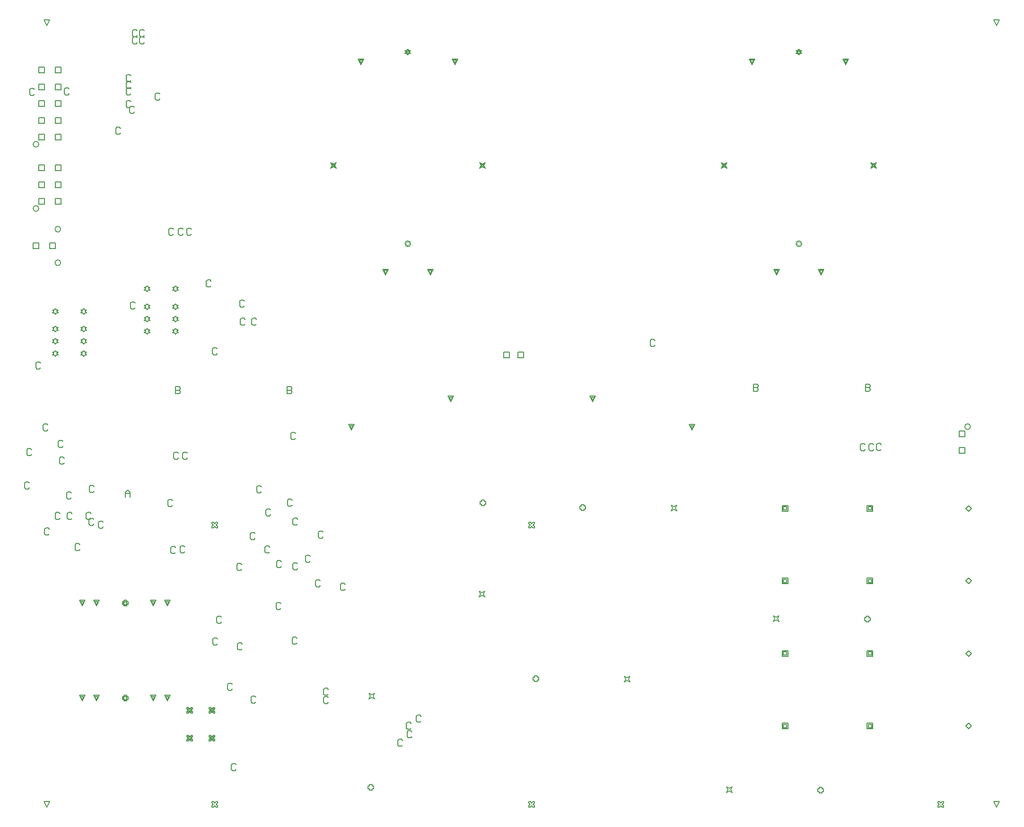
<source format=gbr>
%TF.GenerationSoftware,Altium Limited,Altium Designer,24.2.2 (26)*%
G04 Layer_Color=2752767*
%FSLAX45Y45*%
%MOMM*%
%TF.SameCoordinates,E62911D3-7CC7-41A5-B2DD-A777233C8753*%
%TF.FilePolarity,Positive*%
%TF.FileFunction,Drawing*%
%TF.Part,Single*%
G01*
G75*
%TA.AperFunction,NonConductor*%
%ADD105C,0.12700*%
%ADD159C,0.16933*%
%ADD160C,0.10160*%
D105*
X11670700Y5752500D02*
X11696100Y5803300D01*
X11670700Y5854100D01*
X11721500Y5828700D01*
X11772300Y5854100D01*
X11746900Y5803300D01*
X11772300Y5752500D01*
X11721500Y5777900D01*
X11670700Y5752500D01*
X13500700Y3772500D02*
X13526100Y3823300D01*
X13500700Y3874100D01*
X13551500Y3848700D01*
X13602299Y3874100D01*
X13576900Y3823300D01*
X13602299Y3772500D01*
X13551500Y3797900D01*
X13500700Y3772500D01*
X10061100Y5787900D02*
Y5762500D01*
X10111900D01*
Y5787900D01*
X10137300D01*
Y5838700D01*
X10111900D01*
Y5864100D01*
X10061100D01*
Y5838700D01*
X10035700D01*
Y5787900D01*
X10061100D01*
X15161099Y3787900D02*
Y3762500D01*
X15211900D01*
Y3787900D01*
X15237300D01*
Y3838700D01*
X15211900D01*
Y3864100D01*
X15161099D01*
Y3838700D01*
X15135699D01*
Y3787900D01*
X15161099D01*
X17500000Y14449200D02*
X17449200Y14550800D01*
X17550800D01*
X17500000Y14449200D01*
X3449200Y449200D02*
X3474600D01*
X3500000Y474600D01*
X3525400Y449200D01*
X3550800D01*
Y474600D01*
X3525400Y500000D01*
X3550800Y525400D01*
Y550800D01*
X3525400D01*
X3500000Y525400D01*
X3474600Y550800D01*
X3449200D01*
Y525400D01*
X3474600Y500000D01*
X3449200Y474600D01*
Y449200D01*
X9124200Y5449200D02*
X9149600D01*
X9175000Y5474600D01*
X9200400Y5449200D01*
X9225800D01*
Y5474600D01*
X9200400Y5500000D01*
X9225800Y5525400D01*
Y5550800D01*
X9200400D01*
X9175000Y5525400D01*
X9149600Y5550800D01*
X9124200D01*
Y5525400D01*
X9149600Y5500000D01*
X9124200Y5474600D01*
Y5449200D01*
Y449200D02*
X9149600D01*
X9175000Y474600D01*
X9200400Y449200D01*
X9225800D01*
Y474600D01*
X9200400Y500000D01*
X9225800Y525400D01*
Y550800D01*
X9200400D01*
X9175000Y525400D01*
X9149600Y550800D01*
X9124200D01*
Y525400D01*
X9149600Y500000D01*
X9124200Y474600D01*
Y449200D01*
X3449200Y5449200D02*
X3474600D01*
X3500000Y5474600D01*
X3525400Y5449200D01*
X3550800D01*
Y5474600D01*
X3525400Y5500000D01*
X3550800Y5525400D01*
Y5550800D01*
X3525400D01*
X3500000Y5525400D01*
X3474600Y5550800D01*
X3449200D01*
Y5525400D01*
X3474600Y5500000D01*
X3449200Y5474600D01*
Y5449200D01*
X16449200Y449200D02*
X16474600D01*
X16500000Y474600D01*
X16525400Y449200D01*
X16550800D01*
Y474600D01*
X16525400Y500000D01*
X16550800Y525400D01*
Y550800D01*
X16525400D01*
X16500000Y525400D01*
X16474600Y550800D01*
X16449200D01*
Y525400D01*
X16474600Y500000D01*
X16449200Y474600D01*
Y449200D01*
X16949200Y5800000D02*
X17000000Y5850800D01*
X17050800Y5800000D01*
X17000000Y5749200D01*
X16949200Y5800000D01*
X15179201Y5749200D02*
Y5850800D01*
X15280800D01*
Y5749200D01*
X15179201D01*
X15199519Y5769520D02*
Y5830480D01*
X15260480D01*
Y5769520D01*
X15199519D01*
X13659200Y5749200D02*
Y5850800D01*
X13760800D01*
Y5749200D01*
X13659200D01*
X13679520Y5769520D02*
Y5830480D01*
X13740480D01*
Y5769520D01*
X13679520D01*
X12664200Y709200D02*
X12689600Y760000D01*
X12664200Y810800D01*
X12715000Y785400D01*
X12765800Y810800D01*
X12740400Y760000D01*
X12765800Y709200D01*
X12715000Y734600D01*
X12664200Y709200D01*
X10834200Y2689200D02*
X10859600Y2740000D01*
X10834200Y2790800D01*
X10885000Y2765400D01*
X10935800Y2790800D01*
X10910400Y2740000D01*
X10935800Y2689200D01*
X10885000Y2714600D01*
X10834200Y2689200D01*
X14324600Y724600D02*
Y699200D01*
X14375400D01*
Y724600D01*
X14400800D01*
Y775400D01*
X14375400D01*
Y800800D01*
X14324600D01*
Y775400D01*
X14299200D01*
Y724600D01*
X14324600D01*
X9224600Y2724600D02*
Y2699200D01*
X9275400D01*
Y2724600D01*
X9300800D01*
Y2775400D01*
X9275400D01*
Y2800800D01*
X9224600D01*
Y2775400D01*
X9199200D01*
Y2724600D01*
X9224600D01*
X7800000Y13749200D02*
X7749200Y13850800D01*
X7850800D01*
X7800000Y13749200D01*
Y13769521D02*
X7769520Y13830479D01*
X7830480D01*
X7800000Y13769521D01*
X6120000Y13749200D02*
X6069200Y13850800D01*
X6170800D01*
X6120000Y13749200D01*
Y13769521D02*
X6089520Y13830479D01*
X6150480D01*
X6120000Y13769521D01*
X6960000Y13921201D02*
X6985400Y13946600D01*
X7010800D01*
X6985400Y13972000D01*
X7010800Y13997400D01*
X6985400D01*
X6960000Y14022800D01*
X6934600Y13997400D01*
X6909200D01*
X6934600Y13972000D01*
X6909200Y13946600D01*
X6934600D01*
X6960000Y13921201D01*
Y13941521D02*
X6975240Y13956760D01*
X6990480D01*
X6975240Y13972000D01*
X6990480Y13987241D01*
X6975240D01*
X6960000Y14002480D01*
X6944760Y13987241D01*
X6929520D01*
X6944760Y13972000D01*
X6929520Y13956760D01*
X6944760D01*
X6960000Y13941521D01*
X8244200Y11889200D02*
X8269600Y11940000D01*
X8244200Y11990800D01*
X8295000Y11965400D01*
X8345800Y11990800D01*
X8320400Y11940000D01*
X8345800Y11889200D01*
X8295000Y11914600D01*
X8244200Y11889200D01*
X8264520Y11909520D02*
X8279760Y11940000D01*
X8264520Y11970480D01*
X8295000Y11955240D01*
X8325480Y11970480D01*
X8310240Y11940000D01*
X8325480Y11909520D01*
X8295000Y11924760D01*
X8264520Y11909520D01*
X7360000Y9979200D02*
X7309200Y10080800D01*
X7410800D01*
X7360000Y9979200D01*
Y9999520D02*
X7329520Y10060480D01*
X7390480D01*
X7360000Y9999520D01*
X6560000Y9979200D02*
X6509200Y10080800D01*
X6610800D01*
X6560000Y9979200D01*
Y9999520D02*
X6529520Y10060480D01*
X6590480D01*
X6560000Y9999520D01*
X5574200Y11889200D02*
X5599600Y11940000D01*
X5574200Y11990800D01*
X5625000Y11965400D01*
X5675800Y11990800D01*
X5650400Y11940000D01*
X5675800Y11889200D01*
X5625000Y11914600D01*
X5574200Y11889200D01*
X5594520Y11909520D02*
X5609760Y11940000D01*
X5594520Y11970480D01*
X5625000Y11955240D01*
X5655480Y11970480D01*
X5640240Y11940000D01*
X5655480Y11909520D01*
X5625000Y11924760D01*
X5594520Y11909520D01*
X12574200Y11889200D02*
X12599600Y11940000D01*
X12574200Y11990800D01*
X12625000Y11965400D01*
X12675800Y11990800D01*
X12650400Y11940000D01*
X12675800Y11889200D01*
X12625000Y11914600D01*
X12574200Y11889200D01*
X12594520Y11909520D02*
X12609760Y11940000D01*
X12594520Y11970480D01*
X12625000Y11955240D01*
X12655480Y11970480D01*
X12640240Y11940000D01*
X12655480Y11909520D01*
X12625000Y11924760D01*
X12594520Y11909520D01*
X13560001Y9979200D02*
X13509200Y10080800D01*
X13610800D01*
X13560001Y9979200D01*
Y9999520D02*
X13529520Y10060480D01*
X13590480D01*
X13560001Y9999520D01*
X14360001Y9979200D02*
X14309200Y10080800D01*
X14410800D01*
X14360001Y9979200D01*
Y9999520D02*
X14329520Y10060480D01*
X14390480D01*
X14360001Y9999520D01*
X15244200Y11889200D02*
X15269600Y11940000D01*
X15244200Y11990800D01*
X15295000Y11965400D01*
X15345799Y11990800D01*
X15320399Y11940000D01*
X15345799Y11889200D01*
X15295000Y11914600D01*
X15244200Y11889200D01*
X15264520Y11909520D02*
X15279761Y11940000D01*
X15264520Y11970480D01*
X15295000Y11955240D01*
X15325481Y11970480D01*
X15310240Y11940000D01*
X15325481Y11909520D01*
X15295000Y11924760D01*
X15264520Y11909520D01*
X13960001Y13921201D02*
X13985400Y13946600D01*
X14010800D01*
X13985400Y13972000D01*
X14010800Y13997400D01*
X13985400D01*
X13960001Y14022800D01*
X13934599Y13997400D01*
X13909200D01*
X13934599Y13972000D01*
X13909200Y13946600D01*
X13934599D01*
X13960001Y13921201D01*
Y13941521D02*
X13975240Y13956760D01*
X13990480D01*
X13975240Y13972000D01*
X13990480Y13987241D01*
X13975240D01*
X13960001Y14002480D01*
X13944760Y13987241D01*
X13929520D01*
X13944760Y13972000D01*
X13929520Y13956760D01*
X13944760D01*
X13960001Y13941521D01*
X13120000Y13749200D02*
X13069200Y13850800D01*
X13170799D01*
X13120000Y13749200D01*
Y13769521D02*
X13089520Y13830479D01*
X13150481D01*
X13120000Y13769521D01*
X14800000Y13749200D02*
X14749200Y13850800D01*
X14850800D01*
X14800000Y13749200D01*
Y13769521D02*
X14769521Y13830479D01*
X14830479D01*
X14800000Y13769521D01*
X549200Y10449200D02*
Y10550800D01*
X650800D01*
Y10449200D01*
X549200D01*
X249200D02*
Y10550800D01*
X350800D01*
Y10449200D01*
X249200D01*
X1874600Y2374600D02*
Y2349200D01*
X1925400D01*
Y2374600D01*
X1950800D01*
Y2425400D01*
X1925400D01*
Y2450800D01*
X1874600D01*
Y2425400D01*
X1849200D01*
Y2374600D01*
X1874600D01*
X1884760Y2384760D02*
Y2369520D01*
X1915240D01*
Y2384760D01*
X1930480D01*
Y2415240D01*
X1915240D01*
Y2430480D01*
X1884760D01*
Y2415240D01*
X1869520D01*
Y2384760D01*
X1884760D01*
X1874600Y4074600D02*
Y4049200D01*
X1925400D01*
Y4074600D01*
X1950800D01*
Y4125400D01*
X1925400D01*
Y4150800D01*
X1874600D01*
Y4125400D01*
X1849200D01*
Y4074600D01*
X1874600D01*
X1884760Y4084760D02*
Y4069520D01*
X1915240D01*
Y4084760D01*
X1930480D01*
Y4115240D01*
X1915240D01*
Y4130480D01*
X1884760D01*
Y4115240D01*
X1869520D01*
Y4084760D01*
X1884760D01*
X1900000Y6000000D02*
Y6084639D01*
X1942320Y6126959D01*
X1984639Y6084639D01*
Y6000000D01*
Y6063479D01*
X1900000D01*
X2800000Y7976959D02*
Y7850000D01*
X2863479D01*
X2884639Y7871160D01*
Y7892320D01*
X2863479Y7913479D01*
X2800000D01*
X2863479D01*
X2884639Y7934639D01*
Y7955799D01*
X2863479Y7976959D01*
X2800000D01*
X4800000D02*
Y7850000D01*
X4863479D01*
X4884639Y7871160D01*
Y7892320D01*
X4863479Y7913479D01*
X4800000D01*
X4863479D01*
X4884639Y7934639D01*
Y7955799D01*
X4863479Y7976959D01*
X4800000D01*
X13150000Y8026959D02*
Y7900000D01*
X13213480D01*
X13234641Y7921160D01*
Y7942320D01*
X13213480Y7963479D01*
X13150000D01*
X13213480D01*
X13234641Y7984639D01*
Y8005799D01*
X13213480Y8026959D01*
X13150000D01*
X15150000D02*
Y7900000D01*
X15213480D01*
X15234639Y7921160D01*
Y7942320D01*
X15213480Y7963479D01*
X15150000D01*
X15213480D01*
X15234639Y7984639D01*
Y8005799D01*
X15213480Y8026959D01*
X15150000D01*
X3003600Y2133600D02*
X3029000D01*
X3054400Y2159000D01*
X3079800Y2133600D01*
X3105200D01*
Y2159000D01*
X3079800Y2184400D01*
X3105200Y2209800D01*
Y2235200D01*
X3079800D01*
X3054400Y2209800D01*
X3029000Y2235200D01*
X3003600D01*
Y2209800D01*
X3029000Y2184400D01*
X3003600Y2159000D01*
Y2133600D01*
X3023920Y2153920D02*
X3039160D01*
X3054400Y2169160D01*
X3069640Y2153920D01*
X3084880D01*
Y2169160D01*
X3069640Y2184400D01*
X3084880Y2199640D01*
Y2214880D01*
X3069640D01*
X3054400Y2199640D01*
X3039160Y2214880D01*
X3023920D01*
Y2199640D01*
X3039160Y2184400D01*
X3023920Y2169160D01*
Y2153920D01*
X3403600Y2133600D02*
X3429000D01*
X3454400Y2159000D01*
X3479800Y2133600D01*
X3505200D01*
Y2159000D01*
X3479800Y2184400D01*
X3505200Y2209800D01*
Y2235200D01*
X3479800D01*
X3454400Y2209800D01*
X3429000Y2235200D01*
X3403600D01*
Y2209800D01*
X3429000Y2184400D01*
X3403600Y2159000D01*
Y2133600D01*
X3423920Y2153920D02*
X3439160D01*
X3454400Y2169160D01*
X3469640Y2153920D01*
X3484880D01*
Y2169160D01*
X3469640Y2184400D01*
X3484880Y2199640D01*
Y2214880D01*
X3469640D01*
X3454400Y2199640D01*
X3439160Y2214880D01*
X3423920D01*
Y2199640D01*
X3439160Y2184400D01*
X3423920Y2169160D01*
Y2153920D01*
X3003600Y1633600D02*
X3029000D01*
X3054400Y1659000D01*
X3079800Y1633600D01*
X3105200D01*
Y1659000D01*
X3079800Y1684400D01*
X3105200Y1709800D01*
Y1735200D01*
X3079800D01*
X3054400Y1709800D01*
X3029000Y1735200D01*
X3003600D01*
Y1709800D01*
X3029000Y1684400D01*
X3003600Y1659000D01*
Y1633600D01*
X3023920Y1653920D02*
X3039160D01*
X3054400Y1669160D01*
X3069640Y1653920D01*
X3084880D01*
Y1669160D01*
X3069640Y1684400D01*
X3084880Y1699640D01*
Y1714880D01*
X3069640D01*
X3054400Y1699640D01*
X3039160Y1714880D01*
X3023920D01*
Y1699640D01*
X3039160Y1684400D01*
X3023920Y1669160D01*
Y1653920D01*
X3403600Y1633600D02*
X3429000D01*
X3454400Y1659000D01*
X3479800Y1633600D01*
X3505200D01*
Y1659000D01*
X3479800Y1684400D01*
X3505200Y1709800D01*
Y1735200D01*
X3479800D01*
X3454400Y1709800D01*
X3429000Y1735200D01*
X3403600D01*
Y1709800D01*
X3429000Y1684400D01*
X3403600Y1659000D01*
Y1633600D01*
X3423920Y1653920D02*
X3439160D01*
X3454400Y1669160D01*
X3469640Y1653920D01*
X3484880D01*
Y1669160D01*
X3469640Y1684400D01*
X3484880Y1699640D01*
Y1714880D01*
X3469640D01*
X3454400Y1699640D01*
X3439160Y1714880D01*
X3423920D01*
Y1699640D01*
X3439160Y1684400D01*
X3423920Y1669160D01*
Y1653920D01*
X8672200Y8499200D02*
Y8600800D01*
X8773800D01*
Y8499200D01*
X8672200D01*
X8926200D02*
Y8600800D01*
X9027800D01*
Y8499200D01*
X8926200D01*
X16949200Y1900000D02*
X17000000Y1950800D01*
X17050800Y1900000D01*
X17000000Y1849200D01*
X16949200Y1900000D01*
X15179201Y1849200D02*
Y1950800D01*
X15280800D01*
Y1849200D01*
X15179201D01*
X15199519Y1869520D02*
Y1930480D01*
X15260480D01*
Y1869520D01*
X15199519D01*
X13659200Y1849200D02*
Y1950800D01*
X13760800D01*
Y1849200D01*
X13659200D01*
X13679520Y1869520D02*
Y1930480D01*
X13740480D01*
Y1869520D01*
X13679520D01*
X13659200Y3149200D02*
Y3250800D01*
X13760800D01*
Y3149200D01*
X13659200D01*
X13679520Y3169520D02*
Y3230480D01*
X13740480D01*
Y3169520D01*
X13679520D01*
X15179201Y3149200D02*
Y3250800D01*
X15280800D01*
Y3149200D01*
X15179201D01*
X15199519Y3169520D02*
Y3230480D01*
X15260480D01*
Y3169520D01*
X15199519D01*
X16949200Y3200000D02*
X17000000Y3250800D01*
X17050800Y3200000D01*
X17000000Y3149200D01*
X16949200Y3200000D01*
Y4500000D02*
X17000000Y4550800D01*
X17050800Y4500000D01*
X17000000Y4449200D01*
X16949200Y4500000D01*
X15179201Y4449200D02*
Y4550800D01*
X15280800D01*
Y4449200D01*
X15179201D01*
X15199519Y4469520D02*
Y4530480D01*
X15260480D01*
Y4469520D01*
X15199519D01*
X13659200Y4449200D02*
Y4550800D01*
X13760800D01*
Y4449200D01*
X13659200D01*
X13679520Y4469520D02*
Y4530480D01*
X13740480D01*
Y4469520D01*
X13679520D01*
X2654000Y2349200D02*
X2603200Y2450800D01*
X2704800D01*
X2654000Y2349200D01*
Y2369520D02*
X2623520Y2430480D01*
X2684480D01*
X2654000Y2369520D01*
X2400000Y2349200D02*
X2349200Y2450800D01*
X2450800D01*
X2400000Y2349200D01*
Y2369520D02*
X2369520Y2430480D01*
X2430480D01*
X2400000Y2369520D01*
X1384000Y2349200D02*
X1333200Y2450800D01*
X1434800D01*
X1384000Y2349200D01*
Y2369520D02*
X1353520Y2430480D01*
X1414480D01*
X1384000Y2369520D01*
X1130000Y2349200D02*
X1079200Y2450800D01*
X1180800D01*
X1130000Y2349200D01*
Y2369520D02*
X1099520Y2430480D01*
X1160480D01*
X1130000Y2369520D01*
X2654000Y4049200D02*
X2603200Y4150800D01*
X2704800D01*
X2654000Y4049200D01*
Y4069520D02*
X2623520Y4130480D01*
X2684480D01*
X2654000Y4069520D01*
X2400000Y4049200D02*
X2349200Y4150800D01*
X2450800D01*
X2400000Y4049200D01*
Y4069520D02*
X2369520Y4130480D01*
X2430480D01*
X2400000Y4069520D01*
X1384000Y4049200D02*
X1333200Y4150800D01*
X1434800D01*
X1384000Y4049200D01*
Y4069520D02*
X1353520Y4130480D01*
X1414480D01*
X1384000Y4069520D01*
X1130000Y4049200D02*
X1079200Y4150800D01*
X1180800D01*
X1130000Y4049200D01*
Y4069520D02*
X1099520Y4130480D01*
X1160480D01*
X1130000Y4069520D01*
X5952000Y7199200D02*
X5901200Y7300800D01*
X6002800D01*
X5952000Y7199200D01*
Y7219520D02*
X5921520Y7280480D01*
X5982480D01*
X5952000Y7219520D01*
X7730000Y7707200D02*
X7679200Y7808800D01*
X7780800D01*
X7730000Y7707200D01*
Y7727520D02*
X7699520Y7788480D01*
X7760480D01*
X7730000Y7727520D01*
X10270000Y7707200D02*
X10219200Y7808800D01*
X10320800D01*
X10270000Y7707200D01*
Y7727520D02*
X10239520Y7788480D01*
X10300480D01*
X10270000Y7727520D01*
X12048000Y7199200D02*
X11997200Y7300800D01*
X12098800D01*
X12048000Y7199200D01*
Y7219520D02*
X12017520Y7280480D01*
X12078480D01*
X12048000Y7219520D01*
X2296000Y9679200D02*
X2321400Y9704600D01*
X2346800D01*
X2321400Y9730000D01*
X2346800Y9755400D01*
X2321400D01*
X2296000Y9780800D01*
X2270600Y9755400D01*
X2245200D01*
X2270600Y9730000D01*
X2245200Y9704600D01*
X2270600D01*
X2296000Y9679200D01*
X2804000D02*
X2829400Y9704600D01*
X2854800D01*
X2829400Y9730000D01*
X2854800Y9755400D01*
X2829400D01*
X2804000Y9780800D01*
X2778600Y9755400D01*
X2753200D01*
X2778600Y9730000D01*
X2753200Y9704600D01*
X2778600D01*
X2804000Y9679200D01*
X2296000Y9359200D02*
X2321400Y9384600D01*
X2346800D01*
X2321400Y9410000D01*
X2346800Y9435400D01*
X2321400D01*
X2296000Y9460800D01*
X2270600Y9435400D01*
X2245200D01*
X2270600Y9410000D01*
X2245200Y9384600D01*
X2270600D01*
X2296000Y9359200D01*
Y9139200D02*
X2321400Y9164600D01*
X2346800D01*
X2321400Y9190000D01*
X2346800Y9215400D01*
X2321400D01*
X2296000Y9240800D01*
X2270600Y9215400D01*
X2245200D01*
X2270600Y9190000D01*
X2245200Y9164600D01*
X2270600D01*
X2296000Y9139200D01*
Y8919200D02*
X2321400Y8944600D01*
X2346800D01*
X2321400Y8970000D01*
X2346800Y8995400D01*
X2321400D01*
X2296000Y9020800D01*
X2270600Y8995400D01*
X2245200D01*
X2270600Y8970000D01*
X2245200Y8944600D01*
X2270600D01*
X2296000Y8919200D01*
X2804000D02*
X2829400Y8944600D01*
X2854800D01*
X2829400Y8970000D01*
X2854800Y8995400D01*
X2829400D01*
X2804000Y9020800D01*
X2778600Y8995400D01*
X2753200D01*
X2778600Y8970000D01*
X2753200Y8944600D01*
X2778600D01*
X2804000Y8919200D01*
Y9139200D02*
X2829400Y9164600D01*
X2854800D01*
X2829400Y9190000D01*
X2854800Y9215400D01*
X2829400D01*
X2804000Y9240800D01*
X2778600Y9215400D01*
X2753200D01*
X2778600Y9190000D01*
X2753200Y9164600D01*
X2778600D01*
X2804000Y9139200D01*
Y9359200D02*
X2829400Y9384600D01*
X2854800D01*
X2829400Y9410000D01*
X2854800Y9435400D01*
X2829400D01*
X2804000Y9460800D01*
X2778600Y9435400D01*
X2753200D01*
X2778600Y9410000D01*
X2753200Y9384600D01*
X2778600D01*
X2804000Y9359200D01*
X6274600Y774600D02*
Y749200D01*
X6325400D01*
Y774600D01*
X6350800D01*
Y825400D01*
X6325400D01*
Y850800D01*
X6274600D01*
Y825400D01*
X6249200D01*
Y774600D01*
X6274600D01*
X8274600Y5874600D02*
Y5849200D01*
X8325400D01*
Y5874600D01*
X8350800D01*
Y5925400D01*
X8325400D01*
Y5950800D01*
X8274600D01*
Y5925400D01*
X8249200D01*
Y5874600D01*
X8274600D01*
X6259200Y2384200D02*
X6284600Y2435000D01*
X6259200Y2485800D01*
X6310000Y2460400D01*
X6360800Y2485800D01*
X6335400Y2435000D01*
X6360800Y2384200D01*
X6310000Y2409600D01*
X6259200Y2384200D01*
X8239200Y4214200D02*
X8264600Y4265000D01*
X8239200Y4315800D01*
X8290000Y4290400D01*
X8340800Y4315800D01*
X8315400Y4265000D01*
X8340800Y4214200D01*
X8290000Y4239600D01*
X8239200Y4214200D01*
X16830200Y6784200D02*
Y6885800D01*
X16931799D01*
Y6784200D01*
X16830200D01*
Y7084200D02*
Y7185800D01*
X16931799D01*
Y7084200D01*
X16830200D01*
X349200Y11249200D02*
Y11350800D01*
X450800D01*
Y11249200D01*
X349200D01*
Y11549200D02*
Y11650800D01*
X450800D01*
Y11549200D01*
X349200D01*
Y11849200D02*
Y11950800D01*
X450800D01*
Y11849200D01*
X349200D01*
X649200Y11249200D02*
Y11350800D01*
X750800D01*
Y11249200D01*
X649200D01*
Y11549200D02*
Y11650800D01*
X750800D01*
Y11549200D01*
X649200D01*
Y11849200D02*
Y11950800D01*
X750800D01*
Y11849200D01*
X649200D01*
X500000Y14449200D02*
X449200Y14550800D01*
X550800D01*
X500000Y14449200D01*
X1154000Y8959200D02*
X1179400Y8984600D01*
X1204800D01*
X1179400Y9010000D01*
X1204800Y9035400D01*
X1179400D01*
X1154000Y9060800D01*
X1128600Y9035400D01*
X1103200D01*
X1128600Y9010000D01*
X1103200Y8984600D01*
X1128600D01*
X1154000Y8959200D01*
Y8739200D02*
X1179400Y8764600D01*
X1204800D01*
X1179400Y8790000D01*
X1204800Y8815400D01*
X1179400D01*
X1154000Y8840800D01*
X1128600Y8815400D01*
X1103200D01*
X1128600Y8790000D01*
X1103200Y8764600D01*
X1128600D01*
X1154000Y8739200D01*
Y8519200D02*
X1179400Y8544600D01*
X1204800D01*
X1179400Y8570000D01*
X1204800Y8595400D01*
X1179400D01*
X1154000Y8620800D01*
X1128600Y8595400D01*
X1103200D01*
X1128600Y8570000D01*
X1103200Y8544600D01*
X1128600D01*
X1154000Y8519200D01*
X646000D02*
X671400Y8544600D01*
X696800D01*
X671400Y8570000D01*
X696800Y8595400D01*
X671400D01*
X646000Y8620800D01*
X620600Y8595400D01*
X595200D01*
X620600Y8570000D01*
X595200Y8544600D01*
X620600D01*
X646000Y8519200D01*
Y8739200D02*
X671400Y8764600D01*
X696800D01*
X671400Y8790000D01*
X696800Y8815400D01*
X671400D01*
X646000Y8840800D01*
X620600Y8815400D01*
X595200D01*
X620600Y8790000D01*
X595200Y8764600D01*
X620600D01*
X646000Y8739200D01*
Y8959200D02*
X671400Y8984600D01*
X696800D01*
X671400Y9010000D01*
X696800Y9035400D01*
X671400D01*
X646000Y9060800D01*
X620600Y9035400D01*
X595200D01*
X620600Y9010000D01*
X595200Y8984600D01*
X620600D01*
X646000Y8959200D01*
X1154000Y9279200D02*
X1179400Y9304600D01*
X1204800D01*
X1179400Y9330000D01*
X1204800Y9355400D01*
X1179400D01*
X1154000Y9380800D01*
X1128600Y9355400D01*
X1103200D01*
X1128600Y9330000D01*
X1103200Y9304600D01*
X1128600D01*
X1154000Y9279200D01*
X646000D02*
X671400Y9304600D01*
X696800D01*
X671400Y9330000D01*
X696800Y9355400D01*
X671400D01*
X646000Y9380800D01*
X620600Y9355400D01*
X595200D01*
X620600Y9330000D01*
X595200Y9304600D01*
X620600D01*
X646000Y9279200D01*
X349200Y12399200D02*
Y12500800D01*
X450800D01*
Y12399200D01*
X349200D01*
Y12699200D02*
Y12800800D01*
X450800D01*
Y12699200D01*
X349200D01*
Y12999200D02*
Y13100800D01*
X450800D01*
Y12999200D01*
X349200D01*
Y13299200D02*
Y13400800D01*
X450800D01*
Y13299200D01*
X349200D01*
Y13599200D02*
Y13700800D01*
X450800D01*
Y13599200D01*
X349200D01*
X649200Y12399200D02*
Y12500800D01*
X750800D01*
Y12399200D01*
X649200D01*
Y12699200D02*
Y12800800D01*
X750800D01*
Y12699200D01*
X649200D01*
Y12999200D02*
Y13100800D01*
X750800D01*
Y12999200D01*
X649200D01*
Y13299200D02*
Y13400800D01*
X750800D01*
Y13299200D01*
X649200D01*
Y13599200D02*
Y13700800D01*
X750800D01*
Y13599200D01*
X649200D01*
X500000Y449200D02*
X449200Y550800D01*
X550800D01*
X500000Y449200D01*
X17500000D02*
X17449200Y550800D01*
X17550800D01*
X17500000Y449200D01*
X541839Y5427099D02*
X520679Y5448259D01*
X478360D01*
X457200Y5427099D01*
Y5342460D01*
X478360Y5321300D01*
X520679D01*
X541839Y5342460D01*
X7196639Y2074299D02*
X7175479Y2095459D01*
X7133160D01*
X7112000Y2074299D01*
Y1989660D01*
X7133160Y1968500D01*
X7175479D01*
X7196639Y1989660D01*
X7031539Y1794899D02*
X7010379Y1816059D01*
X6968060D01*
X6946900Y1794899D01*
Y1710260D01*
X6968060Y1689100D01*
X7010379D01*
X7031539Y1710260D01*
X6866439Y1642499D02*
X6845279Y1663659D01*
X6802960D01*
X6781800Y1642499D01*
Y1557860D01*
X6802960Y1536700D01*
X6845279D01*
X6866439Y1557860D01*
X4948739Y7141599D02*
X4927579Y7162759D01*
X4885260D01*
X4864100Y7141599D01*
Y7056960D01*
X4885260Y7035800D01*
X4927579D01*
X4948739Y7056960D01*
X2116639Y14228198D02*
X2095479Y14249359D01*
X2053160D01*
X2032000Y14228198D01*
Y14143559D01*
X2053160Y14122400D01*
X2095479D01*
X2116639Y14143559D01*
X2243639Y14228198D02*
X2222479Y14249359D01*
X2180160D01*
X2159000Y14228198D01*
Y14143559D01*
X2180160Y14122400D01*
X2222479D01*
X2243639Y14143559D01*
X4504239Y5769999D02*
X4483079Y5791159D01*
X4440760D01*
X4419600Y5769999D01*
Y5685360D01*
X4440760Y5664200D01*
X4483079D01*
X4504239Y5685360D01*
X3545577Y8655099D02*
X3524417Y8676259D01*
X3482098D01*
X3460938Y8655099D01*
Y8570460D01*
X3482098Y8549300D01*
X3524417D01*
X3545577Y8570460D01*
X3012316Y6785999D02*
X2991156Y6807159D01*
X2948836D01*
X2927676Y6785999D01*
Y6701360D01*
X2948836Y6680200D01*
X2991156D01*
X3012316Y6701360D01*
X897439Y13313799D02*
X876279Y13334959D01*
X833960D01*
X812800Y13313799D01*
Y13229160D01*
X833960Y13208000D01*
X876279D01*
X897439Y13229160D01*
X1504639Y5546699D02*
X1483479Y5567858D01*
X1441160D01*
X1420000Y5546699D01*
Y5462059D01*
X1441160Y5440899D01*
X1483479D01*
X1504639Y5462059D01*
X4889639Y5944349D02*
X4868479Y5965509D01*
X4826160D01*
X4805000Y5944349D01*
Y5859710D01*
X4826160Y5838550D01*
X4868479D01*
X4889639Y5859710D01*
X15433574Y6940799D02*
X15412415Y6961959D01*
X15370094D01*
X15348935Y6940799D01*
Y6856160D01*
X15370094Y6835000D01*
X15412415D01*
X15433574Y6856160D01*
X15146838Y6938399D02*
X15125679Y6959559D01*
X15083360D01*
X15062199Y6938399D01*
Y6853760D01*
X15083360Y6832600D01*
X15125679D01*
X15146838Y6853760D01*
X15299239Y6938399D02*
X15278079Y6959559D01*
X15235760D01*
X15214600Y6938399D01*
Y6853760D01*
X15235760Y6832600D01*
X15278079D01*
X15299239Y6853760D01*
X2853239Y6785999D02*
X2832079Y6807159D01*
X2789760D01*
X2768600Y6785999D01*
Y6701360D01*
X2789760Y6680200D01*
X2832079D01*
X2853239Y6701360D01*
X4339139Y6182749D02*
X4317979Y6203909D01*
X4275660D01*
X4254500Y6182749D01*
Y6098110D01*
X4275660Y6076950D01*
X4317979D01*
X4339139Y6098110D01*
X4984640Y5605799D02*
X4963480Y5626959D01*
X4921160D01*
X4900000Y5605799D01*
Y5521160D01*
X4921160Y5500000D01*
X4963480D01*
X4984640Y5521160D01*
X5444039Y5369949D02*
X5422879Y5391109D01*
X5380560D01*
X5359400Y5369949D01*
Y5285310D01*
X5380560Y5264150D01*
X5422879D01*
X5444039Y5285310D01*
X4224839Y5344549D02*
X4203679Y5365709D01*
X4161360D01*
X4140200Y5344549D01*
Y5259910D01*
X4161360Y5238750D01*
X4203679D01*
X4224839Y5259910D01*
X7018839Y1947299D02*
X6997679Y1968459D01*
X6955360D01*
X6934200Y1947299D01*
Y1862660D01*
X6955360Y1841500D01*
X6997679D01*
X7018839Y1862660D01*
X2802439Y5096899D02*
X2781279Y5118059D01*
X2738960D01*
X2717800Y5096899D01*
Y5012260D01*
X2738960Y4991100D01*
X2781279D01*
X2802439Y5012260D01*
X2748039Y5938699D02*
X2726879Y5959859D01*
X2684560D01*
X2663400Y5938699D01*
Y5854060D01*
X2684560Y5832900D01*
X2726879D01*
X2748039Y5854060D01*
X3983539Y4792099D02*
X3962379Y4813259D01*
X3920060D01*
X3898900Y4792099D01*
Y4707460D01*
X3920060Y4686300D01*
X3962379D01*
X3983539Y4707460D01*
X5393239Y4499999D02*
X5372079Y4521159D01*
X5329760D01*
X5308600Y4499999D01*
Y4415360D01*
X5329760Y4394200D01*
X5372079D01*
X5393239Y4415360D01*
X5211939Y4938448D02*
X5190779Y4959608D01*
X5148460D01*
X5127300Y4938448D01*
Y4853808D01*
X5148460Y4832649D01*
X5190779D01*
X5211939Y4853808D01*
X4685171Y4093599D02*
X4664011Y4114759D01*
X4621692D01*
X4600532Y4093599D01*
Y4008960D01*
X4621692Y3987800D01*
X4664011D01*
X4685171Y4008960D01*
X4484639Y5105799D02*
X4463480Y5126959D01*
X4421160D01*
X4400000Y5105799D01*
Y5021160D01*
X4421160Y5000000D01*
X4463480D01*
X4484639Y5021160D01*
X4984640Y4805799D02*
X4963480Y4826959D01*
X4921160D01*
X4900000Y4805799D01*
Y4721160D01*
X4921160Y4700000D01*
X4963480D01*
X4984640Y4721160D01*
X2967539Y5109599D02*
X2946379Y5130759D01*
X2904060D01*
X2882900Y5109599D01*
Y5024960D01*
X2904060Y5003800D01*
X2946379D01*
X2967539Y5024960D01*
X4694739Y4842899D02*
X4673579Y4864059D01*
X4631260D01*
X4610100Y4842899D01*
Y4758260D01*
X4631260Y4737100D01*
X4673579D01*
X4694739Y4758260D01*
X3623293Y3847063D02*
X3602133Y3868222D01*
X3559814D01*
X3538654Y3847063D01*
Y3762423D01*
X3559814Y3741264D01*
X3602133D01*
X3623293Y3762423D01*
X3551739Y3458599D02*
X3530579Y3479759D01*
X3488260D01*
X3467100Y3458599D01*
Y3373960D01*
X3488260Y3352800D01*
X3530579D01*
X3551739Y3373960D01*
X3996239Y3369699D02*
X3975079Y3390859D01*
X3932760D01*
X3911600Y3369699D01*
Y3285060D01*
X3932760Y3263900D01*
X3975079D01*
X3996239Y3285060D01*
X5837739Y4436499D02*
X5816579Y4457659D01*
X5774260D01*
X5753100Y4436499D01*
Y4351860D01*
X5774260Y4330700D01*
X5816579D01*
X5837739Y4351860D01*
X4974139Y3471299D02*
X4952979Y3492459D01*
X4910660D01*
X4889500Y3471299D01*
Y3386660D01*
X4910660Y3365500D01*
X4952979D01*
X4974139Y3386660D01*
X4237539Y2417199D02*
X4216379Y2438359D01*
X4174060D01*
X4152900Y2417199D01*
Y2332560D01*
X4174060Y2311400D01*
X4216379D01*
X4237539Y2332560D01*
X3818439Y2645799D02*
X3797279Y2666959D01*
X3754960D01*
X3733800Y2645799D01*
Y2561160D01*
X3754960Y2540000D01*
X3797279D01*
X3818439Y2561160D01*
X5534639Y2555799D02*
X5513479Y2576959D01*
X5471160D01*
X5450000Y2555799D01*
Y2471160D01*
X5471160Y2450000D01*
X5513479D01*
X5534639Y2471160D01*
Y2405799D02*
X5513479Y2426959D01*
X5471160D01*
X5450000Y2405799D01*
Y2321160D01*
X5471160Y2300000D01*
X5513479D01*
X5534639Y2321160D01*
X3884639Y1205799D02*
X3863479Y1226959D01*
X3821160D01*
X3800000Y1205799D01*
Y1121160D01*
X3821160Y1100000D01*
X3863479D01*
X3884639Y1121160D01*
X3086041Y10799199D02*
X3064881Y10820359D01*
X3022561D01*
X3001401Y10799199D01*
Y10714560D01*
X3022561Y10693400D01*
X3064881D01*
X3086041Y10714560D01*
X2935789Y10799199D02*
X2914629Y10820359D01*
X2872310D01*
X2851150Y10799199D01*
Y10714560D01*
X2872310Y10693400D01*
X2914629D01*
X2935789Y10714560D01*
X2764339Y10799199D02*
X2743179Y10820359D01*
X2700860D01*
X2679700Y10799199D01*
Y10714560D01*
X2700860Y10693400D01*
X2743179D01*
X2764339Y10714560D01*
X4031799Y9510186D02*
X4010639Y9531346D01*
X3968320D01*
X3947160Y9510186D01*
Y9425547D01*
X3968320Y9404387D01*
X4010639D01*
X4031799Y9425547D01*
X4250239Y9186299D02*
X4229079Y9207459D01*
X4186760D01*
X4165600Y9186299D01*
Y9101660D01*
X4186760Y9080500D01*
X4229079D01*
X4250239Y9101660D01*
X4047039Y9186299D02*
X4025879Y9207459D01*
X3983560D01*
X3962400Y9186299D01*
Y9101660D01*
X3983560Y9080500D01*
X4025879D01*
X4047039Y9101660D01*
X3437439Y9872099D02*
X3416279Y9893259D01*
X3373960D01*
X3352800Y9872099D01*
Y9787460D01*
X3373960Y9766300D01*
X3416279D01*
X3437439Y9787460D01*
X384639Y8401333D02*
X363479Y8422493D01*
X321160D01*
X300000Y8401333D01*
Y8316694D01*
X321160Y8295534D01*
X363479D01*
X384639Y8316694D01*
X11384639Y8805799D02*
X11363479Y8826959D01*
X11321160D01*
X11300000Y8805799D01*
Y8721160D01*
X11321160Y8700000D01*
X11363479D01*
X11384639Y8721160D01*
X1815654Y12605799D02*
X1794495Y12626959D01*
X1752175D01*
X1731015Y12605799D01*
Y12521160D01*
X1752175Y12500000D01*
X1794495D01*
X1815654Y12521160D01*
X2065999Y12983440D02*
X2044839Y13004599D01*
X2002520D01*
X1981360Y12983440D01*
Y12898801D01*
X2002520Y12877640D01*
X2044839D01*
X2065999Y12898801D01*
X2002339Y13083322D02*
X1981179Y13104482D01*
X1938860D01*
X1917700Y13083322D01*
Y12998682D01*
X1938860Y12977522D01*
X1981179D01*
X2002339Y12998682D01*
X273773Y13305246D02*
X252613Y13326405D01*
X210294D01*
X189134Y13305246D01*
Y13220607D01*
X210294Y13199448D01*
X252613D01*
X273773Y13220607D01*
X2078539Y9478399D02*
X2057379Y9499559D01*
X2015060D01*
X1993900Y9478399D01*
Y9393760D01*
X2015060Y9372600D01*
X2057379D01*
X2078539Y9393760D01*
X186239Y6252599D02*
X165079Y6273759D01*
X122760D01*
X101600Y6252599D01*
Y6167960D01*
X122760Y6146800D01*
X165079D01*
X186239Y6167960D01*
X1335727Y5599347D02*
X1314567Y5620507D01*
X1272247D01*
X1251087Y5599347D01*
Y5514708D01*
X1272247Y5493548D01*
X1314567D01*
X1335727Y5514708D01*
X224339Y6849499D02*
X203179Y6870659D01*
X160860D01*
X139700Y6849499D01*
Y6764860D01*
X160860Y6743700D01*
X203179D01*
X224339Y6764860D01*
X808539Y6697099D02*
X787379Y6718259D01*
X745060D01*
X723900Y6697099D01*
Y6612460D01*
X745060Y6591300D01*
X787379D01*
X808539Y6612460D01*
X732339Y5706499D02*
X711179Y5727659D01*
X668860D01*
X647700Y5706499D01*
Y5621860D01*
X668860Y5600700D01*
X711179D01*
X732339Y5621860D01*
X948239Y5706499D02*
X927079Y5727659D01*
X884760D01*
X863600Y5706499D01*
Y5621860D01*
X884760Y5600700D01*
X927079D01*
X948239Y5621860D01*
X1341939Y6189099D02*
X1320779Y6210259D01*
X1278460D01*
X1257300Y6189099D01*
Y6104460D01*
X1278460Y6083300D01*
X1320779D01*
X1341939Y6104460D01*
X934789Y6075549D02*
X913629Y6096709D01*
X871310D01*
X850150Y6075549D01*
Y5990910D01*
X871310Y5969750D01*
X913629D01*
X934789Y5990910D01*
X1087939Y5147699D02*
X1066779Y5168859D01*
X1024460D01*
X1003300Y5147699D01*
Y5063060D01*
X1024460Y5041900D01*
X1066779D01*
X1087939Y5063060D01*
X1287064Y5705423D02*
X1265904Y5726583D01*
X1223584D01*
X1202424Y5705423D01*
Y5620784D01*
X1223584Y5599624D01*
X1265904D01*
X1287064Y5620784D01*
X2002339Y13548090D02*
X1981179Y13569247D01*
X1938860D01*
X1917700Y13548090D01*
Y13463449D01*
X1938860Y13442290D01*
X1981179D01*
X2002339Y13463449D01*
Y13427750D02*
X1981179Y13448909D01*
X1938860D01*
X1917700Y13427750D01*
Y13343111D01*
X1938860Y13321950D01*
X1981179D01*
X2002339Y13343111D01*
Y13313799D02*
X1981179Y13334959D01*
X1938860D01*
X1917700Y13313799D01*
Y13229160D01*
X1938860Y13208000D01*
X1981179D01*
X2002339Y13229160D01*
X2521832Y13221191D02*
X2500672Y13242352D01*
X2458352D01*
X2437192Y13221191D01*
Y13136552D01*
X2458352Y13115393D01*
X2500672D01*
X2521832Y13136552D01*
X2243639Y14355199D02*
X2222479Y14376360D01*
X2180160D01*
X2159000Y14355199D01*
Y14270560D01*
X2180160Y14249400D01*
X2222479D01*
X2243639Y14270560D01*
X2116639Y14355199D02*
X2095479Y14376360D01*
X2053160D01*
X2032000Y14355199D01*
Y14270560D01*
X2053160Y14249400D01*
X2095479D01*
X2116639Y14270560D01*
X788400Y6998360D02*
X767240Y7019519D01*
X724920D01*
X703761Y6998360D01*
Y6913720D01*
X724920Y6892561D01*
X767240D01*
X788400Y6913720D01*
X515240Y7292799D02*
X494080Y7313959D01*
X451760D01*
X430600Y7292799D01*
Y7208160D01*
X451760Y7187000D01*
X494080D01*
X515240Y7208160D01*
D159*
X7010800Y10540000D02*
G03*
X7010800Y10540000I-50800J0D01*
G01*
X14010800D02*
G03*
X14010800Y10540000I-50800J0D01*
G01*
X744800Y10799999D02*
G03*
X744800Y10799999I-50800J0D01*
G01*
Y10200000D02*
G03*
X744800Y10200000I-50800J0D01*
G01*
X17029800Y7263000D02*
G03*
X17029800Y7263000I-50800J0D01*
G01*
X352800Y11172000D02*
G03*
X352800Y11172000I-50800J0D01*
G01*
X352800Y12322000D02*
G03*
X352800Y12322000I-50800J0D01*
G01*
D160*
X6990480Y10540000D02*
G03*
X6990480Y10540000I-30480J0D01*
G01*
X13990480D02*
G03*
X13990480Y10540000I-30480J0D01*
G01*
%TF.MD5,f5a2b37218925171341bfb9a13a03587*%
M02*

</source>
